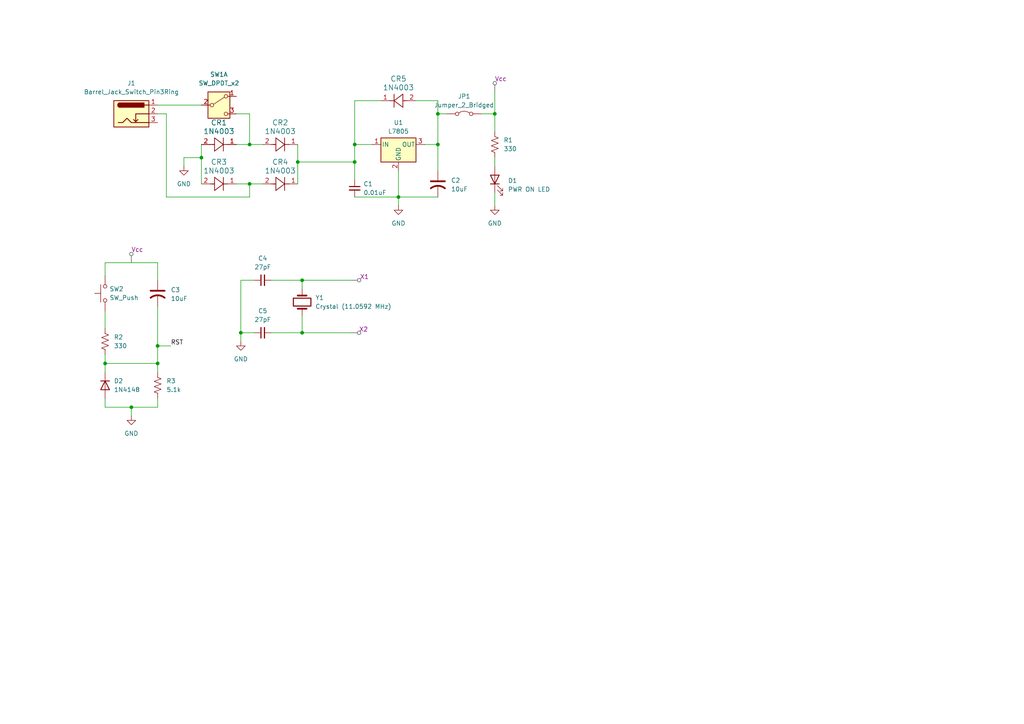
<source format=kicad_sch>
(kicad_sch (version 20250114) (generator "eeschema") (generator_version "9.0")
  (paper "A4")
  (lib_symbols
    (symbol "Connector:Barrel_Jack_Switch_Pin3Ring" (pin_names (hide yes))
      (property "Reference" "J" (at 0 5.334 0))
      (property "Value" "Barrel_Jack_Switch_Pin3Ring" (at 0 -5.08 0))
      (symbol "Barrel_Jack_Switch_Pin3Ring_0_1"
        (rectangle (start -5.08 3.81) (end 5.08 -3.81) (stroke (width 0.254)) (fill (type background)))
        (polyline (pts (xy -3.81 -2.54) (xy -2.54 -2.54) (xy -1.27 -1.27) (xy 0 -2.54) (xy 2.54 -2.54) (xy 5.08 -2.54)) (stroke (width 0.254)))
        (arc (start -3.302 1.905) (mid -3.9343 2.54) (end -3.302 3.175) (stroke (width 0.254)))
        (arc (start -3.302 1.905) (mid -3.9343 2.54) (end -3.302 3.175) (stroke (width 0.254)) (fill (type outline)))
        (polyline (pts (xy 1.27 -2.286) (xy 1.905 -1.651)) (stroke (width 0.254)))
        (rectangle (start 3.683 3.175) (end -3.302 1.905) (stroke (width 0.254)) (fill (type outline)))
        (polyline (pts (xy 5.08 2.54) (xy 3.81 2.54)) (stroke (width 0.254)))
        (polyline (pts (xy 5.08 0) (xy 1.27 0) (xy 1.27 -2.286) (xy 0.635 -1.651)) (stroke (width 0.254)))
      )
      (symbol "Barrel_Jack_Switch_Pin3Ring_1_1"
        (pin passive line (at 7.62 2.54 180) (length 2.54) (name "~") (number "1"))
        (pin passive line (at 7.62 0 180) (length 2.54) (name "~") (number "2"))
        (pin passive line (at 7.62 -2.54 180) (length 2.54) (name "~") (number "3"))
      )
    )
    (symbol "Device:C_Small" (pin_numbers (hide yes)) (pin_names (offset 0.254) (hide yes))
      (property "Reference" "C" (at 0.254 1.778 0))
      (property "Value" "C_Small" (at 0.254 -2.032 0))
      (symbol "C_Small_0_1"
        (polyline (pts (xy -1.524 0.508) (xy 1.524 0.508)) (stroke (width 0.3048)))
        (polyline (pts (xy -1.524 -0.508) (xy 1.524 -0.508)) (stroke (width 0.3302)))
      )
      (symbol "C_Small_1_1"
        (pin passive line (at 0 2.54 270) (length 2.032) (name "~") (number "1"))
        (pin passive line (at 0 -2.54 90) (length 2.032) (name "~") (number "2"))
      )
    )
    (symbol "Device:C_US" (pin_numbers (hide yes)) (pin_names (offset 0.254) (hide yes))
      (property "Reference" "C" (at 0.635 2.54 0))
      (property "Value" "C_US" (at 0.635 -2.54 0))
      (symbol "C_US_0_1"
        (polyline (pts (xy -2.032 0.762) (xy 2.032 0.762)) (stroke (width 0.508)))
        (arc (start -2.032 -1.27) (mid 0 -0.5572) (end 2.032 -1.27) (stroke (width 0.508)))
      )
      (symbol "C_US_1_1"
        (pin passive line (at 0 3.81 270) (length 2.794) (name "~") (number "1"))
        (pin passive line (at 0 -3.81 90) (length 3.302) (name "~") (number "2"))
      )
    )
    (symbol "Device:Crystal" (pin_numbers (hide yes)) (pin_names (offset 1.016) (hide yes))
      (property "Reference" "Y" (at 0 3.81 0))
      (property "Value" "Crystal" (at 0 -3.81 0))
      (symbol "Crystal_0_1"
        (polyline (pts (xy -2.54 0) (xy -1.905 0)))
        (polyline (pts (xy -1.905 -1.27) (xy -1.905 1.27)) (stroke (width 0.508)))
        (rectangle (start -1.143 2.54) (end 1.143 -2.54) (stroke (width 0.3048)))
        (polyline (pts (xy 1.905 -1.27) (xy 1.905 1.27)) (stroke (width 0.508)))
        (polyline (pts (xy 2.54 0) (xy 1.905 0)))
      )
      (symbol "Crystal_1_1"
        (pin passive line (at -3.81 0 0) (length 1.27) (name "1") (number "1"))
        (pin passive line (at 3.81 0 180) (length 1.27) (name "2") (number "2"))
      )
    )
    (symbol "Device:LED" (pin_numbers (hide yes)) (pin_names (offset 1.016) (hide yes))
      (property "Reference" "D" (at 0 2.54 0))
      (property "Value" "LED" (at 0 -2.54 0))
      (symbol "LED_0_1"
        (polyline (pts (xy -3.048 -0.762) (xy -4.572 -2.286) (xy -3.81 -2.286) (xy -4.572 -2.286) (xy -4.572 -1.524)))
        (polyline (pts (xy -1.778 -0.762) (xy -3.302 -2.286) (xy -2.54 -2.286) (xy -3.302 -2.286) (xy -3.302 -1.524)))
        (polyline (pts (xy -1.27 0) (xy 1.27 0)))
        (polyline (pts (xy -1.27 -1.27) (xy -1.27 1.27)) (stroke (width 0.254)))
        (polyline (pts (xy 1.27 -1.27) (xy 1.27 1.27) (xy -1.27 0) (xy 1.27 -1.27)) (stroke (width 0.254)))
      )
      (symbol "LED_1_1"
        (pin passive line (at -3.81 0 0) (length 2.54) (name "K") (number "1"))
        (pin passive line (at 3.81 0 180) (length 2.54) (name "A") (number "2"))
      )
    )
    (symbol "Device:R_US" (pin_numbers (hide yes)) (pin_names (offset 0))
      (property "Reference" "R" (at 2.54 0 90))
      (property "Value" "R_US" (at -2.54 0 90))
      (symbol "R_US_0_1"
        (polyline (pts (xy 0 2.286) (xy 0 2.54)))
        (polyline (pts (xy 0 2.286) (xy 1.016 1.905) (xy 0 1.524) (xy -1.016 1.143) (xy 0 0.762)))
        (polyline (pts (xy 0 0.762) (xy 1.016 0.381) (xy 0 0) (xy -1.016 -0.381) (xy 0 -0.762)))
        (polyline (pts (xy 0 -0.762) (xy 1.016 -1.143) (xy 0 -1.524) (xy -1.016 -1.905) (xy 0 -2.286)))
        (polyline (pts (xy 0 -2.286) (xy 0 -2.54)))
      )
      (symbol "R_US_1_1"
        (pin passive line (at 0 3.81 270) (length 1.27) (name "~") (number "1"))
        (pin passive line (at 0 -3.81 90) (length 1.27) (name "~") (number "2"))
      )
    )
    (symbol "Diode:1N4148" (pin_numbers (hide yes)) (pin_names (hide yes))
      (property "Reference" "D" (at 0 2.54 0))
      (property "Value" "1N4148" (at 0 -2.54 0))
      (symbol "1N4148_0_1"
        (polyline (pts (xy -1.27 1.27) (xy -1.27 -1.27)) (stroke (width 0.254)))
        (polyline (pts (xy 1.27 1.27) (xy 1.27 -1.27) (xy -1.27 0) (xy 1.27 1.27)) (stroke (width 0.254)))
        (polyline (pts (xy 1.27 0) (xy -1.27 0)))
      )
      (symbol "1N4148_1_1"
        (pin passive line (at -3.81 0 0) (length 2.54) (name "K") (number "1"))
        (pin passive line (at 3.81 0 180) (length 2.54) (name "A") (number "2"))
      )
    )
    (symbol "ESD:1N4003" (pin_names (offset 0.254))
      (property "Reference" "CR" (at 5.08 4.445 0))
      (property "Value" "1N4003" (at 5.08 -3.81 0))
      (symbol "1N4003_1_1"
        (polyline (pts (xy 2.54 0) (xy 3.4798 0)) (stroke (width 0.2032)))
        (polyline (pts (xy 3.175 0) (xy 3.81 0)) (stroke (width 0.2032)))
        (polyline (pts (xy 3.81 1.905) (xy 3.81 -1.905)) (stroke (width 0.2032)))
        (polyline (pts (xy 3.81 -1.905) (xy 6.35 0)) (stroke (width 0.2032)))
        (polyline (pts (xy 6.35 0) (xy 3.81 1.905)) (stroke (width 0.2032)))
        (polyline (pts (xy 6.35 0) (xy 7.62 0)) (stroke (width 0.2032)))
        (polyline (pts (xy 6.35 -1.905) (xy 6.35 1.905)) (stroke (width 0.2032)))
        (pin unspecified line (at 0 0 0) (length 2.54) (name "") (number "2"))
        (pin unspecified line (at 10.16 0 180) (length 2.54) (name "") (number "1"))
      )
      (symbol "1N4003_1_2"
        (polyline (pts (xy -1.905 3.81) (xy 1.905 3.81)) (stroke (width 0.2032)))
        (polyline (pts (xy 0 6.35) (xy -1.905 3.81)) (stroke (width 0.2032)))
        (polyline (pts (xy 0 6.35) (xy 0 7.62)) (stroke (width 0.2032)))
        (polyline (pts (xy 0 3.175) (xy 0 3.81)) (stroke (width 0.2032)))
        (polyline (pts (xy 0 2.54) (xy 0 3.4798)) (stroke (width 0.2032)))
        (polyline (pts (xy 1.905 6.35) (xy -1.905 6.35)) (stroke (width 0.2032)))
        (polyline (pts (xy 1.905 3.81) (xy 0 6.35)) (stroke (width 0.2032)))
        (pin unspecified line (at 0 10.16 270) (length 2.54) (name "") (number "1"))
        (pin unspecified line (at 0 0 90) (length 2.54) (name "") (number "2"))
      )
    )
    (symbol "Jumper:Jumper_2_Bridged" (pin_numbers (hide yes)) (pin_names (offset 0) (hide yes))
      (property "Reference" "JP" (at 0 1.905 0))
      (property "Value" "Jumper_2_Bridged" (at 0 -2.54 0))
      (symbol "Jumper_2_Bridged_0_0"
        (circle (center -2.032 0) (radius 0.508))
        (circle (center 2.032 0) (radius 0.508))
      )
      (symbol "Jumper_2_Bridged_0_1"
        (arc (start -1.524 0.254) (mid 0 0.762) (end 1.524 0.254))
      )
      (symbol "Jumper_2_Bridged_1_1"
        (pin passive line (at -5.08 0 0) (length 2.54) (name "A") (number "1"))
        (pin passive line (at 5.08 0 180) (length 2.54) (name "B") (number "2"))
      )
    )
    (symbol "Regulator_Linear:L7805" (pin_names (offset 0.254))
      (property "Reference" "U" (at -3.81 3.175 0))
      (property "Value" "L7805" (at 0 3.175 0))
      (symbol "L7805_0_1"
        (rectangle (start -5.08 1.905) (end 5.08 -5.08) (stroke (width 0.254)) (fill (type background)))
      )
      (symbol "L7805_1_1"
        (pin power_in line (at -7.62 0 0) (length 2.54) (name "IN") (number "1"))
        (pin power_in line (at 0 -7.62 90) (length 2.54) (name "GND") (number "2"))
        (pin power_out line (at 7.62 0 180) (length 2.54) (name "OUT") (number "3"))
      )
    )
    (symbol "Switch:SW_DPDT_x2" (pin_names (offset 0) (hide yes))
      (property "Reference" "SW" (at 0 5.08 0))
      (property "Value" "SW_DPDT_x2" (at 0 -5.08 0))
      (symbol "SW_DPDT_x2_0_0"
        (circle (center -2.032 0) (radius 0.508))
        (circle (center 2.032 -2.54) (radius 0.508))
      )
      (symbol "SW_DPDT_x2_0_1"
        (rectangle (start -3.175 3.81) (end 3.175 -3.81) (stroke (width 0.254)) (fill (type background)))
        (polyline (pts (xy -1.524 0.254) (xy 1.5748 2.286)))
        (circle (center 2.032 2.54) (radius 0.508))
      )
      (symbol "SW_DPDT_x2_1_1"
        (pin passive line (at -5.08 0 0) (length 2.54) (name "B") (number "2"))
        (pin passive line (at 5.08 2.54 180) (length 2.54) (name "A") (number "1"))
        (pin passive line (at 5.08 -2.54 180) (length 2.54) (name "C") (number "3"))
      )
      (symbol "SW_DPDT_x2_2_1"
        (pin passive line (at -5.08 0 0) (length 2.54) (name "B") (number "5"))
        (pin passive line (at 5.08 2.54 180) (length 2.54) (name "A") (number "4"))
        (pin passive line (at 5.08 -2.54 180) (length 2.54) (name "C") (number "6"))
      )
    )
    (symbol "Switch:SW_Push" (pin_numbers (hide yes)) (pin_names (offset 1.016) (hide yes))
      (property "Reference" "SW" (at 1.27 2.54 0))
      (property "Value" "SW_Push" (at 0 -1.524 0))
      (symbol "SW_Push_0_1"
        (circle (center -2.032 0) (radius 0.508))
        (polyline (pts (xy 0 1.27) (xy 0 3.048)))
        (circle (center 2.032 0) (radius 0.508))
        (polyline (pts (xy 2.54 1.27) (xy -2.54 1.27)))
        (pin passive line (at -5.08 0 0) (length 2.54) (name "1") (number "1"))
        (pin passive line (at 5.08 0 180) (length 2.54) (name "2") (number "2"))
      )
    )
    (symbol "power:GND" (power) (pin_numbers (hide yes)) (pin_names (offset 0) (hide yes))
      (property "Value" "GND" (at 0 -3.81 0))
      (symbol "GND_0_1"
        (polyline (pts (xy 0 0) (xy 0 -1.27) (xy 1.27 -1.27) (xy 0 -2.54) (xy -1.27 -1.27) (xy 0 -1.27)))
      )
      (symbol "GND_1_1"
        (pin power_in line (at 0 0 270) (length 0) (name "~") (number "1"))
      )
    )
  )
  (junction (at 87.63 96.52))
  (junction (at 45.72 100.33))
  (junction (at 72.39 53.34))
  (junction (at 30.48 105.41))
  (junction (at 72.39 41.91))
  (junction (at 127 41.91))
  (junction (at 102.87 46.99))
  (junction (at 87.63 81.28))
  (junction (at 45.72 105.41))
  (junction (at 102.87 41.91))
  (junction (at 127 33.02))
  (junction (at 58.42 45.72))
  (junction (at 38.1 118.11))
  (junction (at 86.36 46.99))
  (junction (at 143.51 33.02))
  (junction (at 115.57 57.15))
  (junction (at 69.85 96.52))
  (wire (pts (xy 139.7 33.02) (xy 143.51 33.02)))
  (wire (pts (xy 45.72 88.9) (xy 45.72 100.33)))
  (wire (pts (xy 45.72 100.33) (xy 49.53 100.33)))
  (wire (pts (xy 102.87 29.21) (xy 102.87 41.91)))
  (wire (pts (xy 72.39 57.15) (xy 72.39 53.34)))
  (wire (pts (xy 53.34 48.26) (xy 53.34 45.72)))
  (wire (pts (xy 48.26 33.02) (xy 48.26 57.15)))
  (wire (pts (xy 45.72 105.41) (xy 30.48 105.41)))
  (wire (pts (xy 53.34 45.72) (xy 58.42 45.72)))
  (wire (pts (xy 72.39 41.91) (xy 76.2 41.91)))
  (wire (pts (xy 102.87 57.15) (xy 115.57 57.15)))
  (wire (pts (xy 30.48 80.01) (xy 30.48 76.2)))
  (wire (pts (xy 72.39 33.02) (xy 72.39 41.91)))
  (wire (pts (xy 86.36 41.91) (xy 86.36 46.99)))
  (wire (pts (xy 102.87 41.91) (xy 102.87 46.99)))
  (wire (pts (xy 30.48 105.41) (xy 30.48 107.95)))
  (wire (pts (xy 68.58 53.34) (xy 72.39 53.34)))
  (wire (pts (xy 143.51 45.72) (xy 143.51 48.26)))
  (wire (pts (xy 68.58 41.91) (xy 72.39 41.91)))
  (wire (pts (xy 30.48 90.17) (xy 30.48 95.25)))
  (wire (pts (xy 45.72 30.48) (xy 58.42 30.48)))
  (wire (pts (xy 58.42 45.72) (xy 58.42 53.34)))
  (wire (pts (xy 143.51 55.88) (xy 143.51 59.69)))
  (wire (pts (xy 78.74 81.28) (xy 87.63 81.28)))
  (wire (pts (xy 68.58 33.02) (xy 72.39 33.02)))
  (wire (pts (xy 69.85 96.52) (xy 69.85 81.28)))
  (wire (pts (xy 45.72 118.11) (xy 38.1 118.11)))
  (wire (pts (xy 86.36 46.99) (xy 86.36 53.34)))
  (wire (pts (xy 127 57.15) (xy 115.57 57.15)))
  (wire (pts (xy 120.65 29.21) (xy 127 29.21)))
  (wire (pts (xy 127 49.53) (xy 127 41.91)))
  (wire (pts (xy 115.57 57.15) (xy 115.57 59.69)))
  (wire (pts (xy 110.49 29.21) (xy 102.87 29.21)))
  (wire (pts (xy 115.57 49.53) (xy 115.57 57.15)))
  (wire (pts (xy 143.51 38.1) (xy 143.51 33.02)))
  (wire (pts (xy 58.42 41.91) (xy 58.42 45.72)))
  (wire (pts (xy 30.48 76.2) (xy 45.72 76.2)))
  (wire (pts (xy 73.66 96.52) (xy 69.85 96.52)))
  (wire (pts (xy 38.1 118.11) (xy 38.1 120.65)))
  (wire (pts (xy 127 29.21) (xy 127 33.02)))
  (wire (pts (xy 69.85 81.28) (xy 73.66 81.28)))
  (wire (pts (xy 48.26 57.15) (xy 72.39 57.15)))
  (wire (pts (xy 69.85 96.52) (xy 69.85 99.06)))
  (wire (pts (xy 87.63 81.28) (xy 101.6 81.28)))
  (wire (pts (xy 45.72 107.95) (xy 45.72 105.41)))
  (wire (pts (xy 127 33.02) (xy 127 41.91)))
  (wire (pts (xy 107.95 41.91) (xy 102.87 41.91)))
  (wire (pts (xy 143.51 33.02) (xy 143.51 26.67)))
  (wire (pts (xy 123.19 41.91) (xy 127 41.91)))
  (wire (pts (xy 87.63 81.28) (xy 87.63 83.82)))
  (wire (pts (xy 45.72 33.02) (xy 48.26 33.02)))
  (wire (pts (xy 127 33.02) (xy 129.54 33.02)))
  (wire (pts (xy 45.72 100.33) (xy 45.72 105.41)))
  (wire (pts (xy 86.36 46.99) (xy 102.87 46.99)))
  (wire (pts (xy 30.48 115.57) (xy 30.48 118.11)))
  (wire (pts (xy 87.63 91.44) (xy 87.63 96.52)))
  (wire (pts (xy 45.72 76.2) (xy 45.72 81.28)))
  (wire (pts (xy 87.63 96.52) (xy 78.74 96.52)))
  (wire (pts (xy 102.87 46.99) (xy 102.87 52.07)))
  (wire (pts (xy 87.63 96.52) (xy 101.6 96.52)))
  (wire (pts (xy 72.39 53.34) (xy 76.2 53.34)))
  (wire (pts (xy 38.1 118.11) (xy 30.48 118.11)))
  (wire (pts (xy 30.48 102.87) (xy 30.48 105.41)))
  (wire (pts (xy 45.72 115.57) (xy 45.72 118.11)))
  (label "RST" (at 49.53 100.33 0))
  (netclass_flag "" (length 2.54) (shape round) (at 38.1 76.2 0) (property "Netclass" "Vcc" (at 38.1 72.39 0) (effects (justify left))))
  (netclass_flag "" (length 2.54) (shape round) (at 143.51 26.67 0) (property "Netclass" "Vcc" (at 143.51 22.86 0) (effects (justify left))))
  (netclass_flag "" (length 2.54) (shape round) (at 101.6 81.28 270) (property "Netclass" "X1" (at 104.394 80.264 0) (effects (justify left))))
  (netclass_flag "" (length 2.54) (shape round) (at 101.6 96.52 270) (property "Netclass" "X2" (at 104.14 95.504 0) (effects (justify left))))
  (symbol (lib_id "ESD:1N4003") (at 58.42 41.91 0) (unit 1)
    (property "Reference" "CR1" (at 63.5 35.56 0) (effects (font (size 1.524 1.524))))
    (property "Value" "1N4003" (at 63.5 38.1 0) (effects (font (size 1.524 1.524))))
  )
  (symbol (lib_id "Device:R_US") (at 30.48 99.06 0) (unit 1)
    (property "Reference" "R2" (at 33.02 97.7899 0) (effects (justify left)))
    (property "Value" "330" (at 33.02 100.3299 0) (effects (justify left)))
    (property "Description" "Resistor, US symbol" (effects (hide yes)))
  )
  (symbol (lib_id "Connector:Barrel_Jack_Switch_Pin3Ring") (at 38.1 33.02 0) (unit 1)
    (property "Reference" "J1" (at 38.1 24.13 0))
    (property "Value" "Barrel_Jack_Switch_Pin3Ring" (at 38.1 26.67 0))
    (property "Description" "DC Barrel Jack with an internal switch" (effects (hide yes)))
  )
  (symbol (lib_id "Device:C_Small") (at 102.87 54.61 0) (unit 1)
    (property "Reference" "C1" (at 105.41 53.3462 0) (effects (justify left)))
    (property "Value" "0.01uF" (at 105.41 55.8862 0) (effects (justify left)))
    (property "Description" "Unpolarized capacitor, small symbol" (effects (hide yes)))
  )
  (symbol (lib_id "ESD:1N4003") (at 76.2 53.34 0) (unit 1)
    (property "Reference" "CR4" (at 81.28 46.99 0) (effects (font (size 1.524 1.524))))
    (property "Value" "1N4003" (at 81.28 49.53 0) (effects (font (size 1.524 1.524))))
  )
  (symbol (lib_id "Device:C_Small") (at 76.2 96.52 90) (unit 1)
    (property "Reference" "C5" (at 76.2063 90.17 90))
    (property "Value" "27pF" (at 76.2063 92.71 90))
    (property "Description" "Unpolarized capacitor, small symbol" (effects (hide yes)))
  )
  (symbol (lib_id "Diode:1N4148") (at 30.48 111.76 270) (unit 1)
    (property "Reference" "D2" (at 33.02 110.4899 90) (effects (justify left)))
    (property "Value" "1N4148" (at 33.02 113.0299 90) (effects (justify left)))
    (property "Footprint" "Diode_THT:D_DO-35_SOD27_P7.62mm_Horizontal" (effects (hide yes)))
    (property "Datasheet" "https://assets.nexperia.com/documents/data-sheet/1N4148_1N4448.pdf" (effects (hide yes)))
    (property "Description" "100V 0.15A standard switching diode, DO-35" (effects (hide yes)))
    (property "Sim.Device" "D" (effects (hide yes)))
    (property "Sim.Pins" "1=K 2=A" (effects (hide yes)))
  )
  (symbol (lib_id "Switch:SW_Push") (at 30.48 85.09 90) (unit 1)
    (property "Reference" "SW2" (at 31.75 83.8199 90) (effects (justify right)))
    (property "Value" "SW_Push" (at 31.75 86.3599 90) (effects (justify right)))
    (property "Description" "Push button switch, generic, two pins" (effects (hide yes)))
  )
  (symbol (lib_id "Switch:SW_DPDT_x2") (at 63.5 30.48 0) (unit 1)
    (property "Reference" "SW1" (at 63.5 21.59 0))
    (property "Value" "SW_DPDT_x2" (at 63.5 24.13 0))
    (property "Description" "Switch, dual pole double throw, separate symbols" (effects (hide yes)))
  )
  (symbol (lib_id "Device:Crystal") (at 87.63 87.63 90) (unit 1)
    (property "Reference" "Y1" (at 91.44 86.3599 90) (effects (justify right)))
    (property "Value" "Crystal (11.0592 MHz)" (at 91.44 88.8999 90) (effects (justify right)))
    (property "Description" "Two pin crystal" (effects (hide yes)))
  )
  (symbol (lib_id "ESD:1N4003") (at 58.42 53.34 0) (unit 1)
    (property "Reference" "CR3" (at 63.5 46.99 0) (effects (font (size 1.524 1.524))))
    (property "Value" "1N4003" (at 63.5 49.53 0) (effects (font (size 1.524 1.524))))
  )
  (symbol (lib_id "Device:LED") (at 143.51 52.07 90) (unit 1)
    (property "Reference" "D1" (at 147.32 52.3874 90) (effects (justify right)))
    (property "Value" "PWR ON LED" (at 147.32 54.9274 90) (effects (justify right)))
    (property "Description" "Light emitting diode" (effects (hide yes)))
    (property "Sim.Pins" "1=K 2=A" (effects (hide yes)))
  )
  (symbol (lib_id "Device:C_Small") (at 76.2 81.28 90) (unit 1)
    (property "Reference" "C4" (at 76.2063 74.93 90))
    (property "Value" "27pF" (at 76.2063 77.47 90))
    (property "Description" "Unpolarized capacitor, small symbol" (effects (hide yes)))
  )
  (symbol (lib_id "ESD:1N4003") (at 120.65 29.21 180) (unit 1)
    (property "Reference" "CR5" (at 115.57 22.86 0) (effects (font (size 1.524 1.524))))
    (property "Value" "1N4003" (at 115.57 25.4 0) (effects (font (size 1.524 1.524))))
  )
  (symbol (lib_id "Device:C_US") (at 127 53.34 0) (unit 1)
    (property "Reference" "C2" (at 130.81 52.3239 0) (effects (justify left)))
    (property "Value" "10uF" (at 130.81 54.8639 0) (effects (justify left)))
    (property "Description" "capacitor, US symbol" (effects (hide yes)))
  )
  (symbol (lib_id "Device:R_US") (at 45.72 111.76 0) (unit 1)
    (property "Reference" "R3" (at 48.26 110.4899 0) (effects (justify left)))
    (property "Value" "5.1k" (at 48.26 113.0299 0) (effects (justify left)))
    (property "Description" "Resistor, US symbol" (effects (hide yes)))
  )
  (symbol (lib_id "ESD:1N4003") (at 76.2 41.91 0) (unit 1)
    (property "Reference" "CR2" (at 81.28 35.56 0) (effects (font (size 1.524 1.524))))
    (property "Value" "1N4003" (at 81.28 38.1 0) (effects (font (size 1.524 1.524))))
  )
  (symbol (lib_id "power:GND") (at 69.85 99.06 0) (unit 1)
    (property "Reference" "#PWR05" (effects (hide yes)))
    (property "Value" "GND" (at 69.85 104.14 0))
    (property "Description" "Power symbol creates a global label with name \"GND\" , ground" (effects (hide yes)))
  )
  (symbol (lib_id "power:GND") (at 38.1 120.65 0) (unit 1)
    (property "Reference" "#PWR04" (effects (hide yes)))
    (property "Value" "GND" (at 38.1 125.73 0))
    (property "Description" "Power symbol creates a global label with name \"GND\" , ground" (effects (hide yes)))
  )
  (symbol (lib_id "Regulator_Linear:L7805") (at 115.57 41.91 0) (unit 1)
    (property "Reference" "U1" (at 115.57 35.56 0))
    (property "Value" "L7805" (at 115.57 38.1 0))
    (property "Datasheet" "http://www.st.com/content/ccc/resource/technical/document/datasheet/41/4f/b3/b0/12/d4/47/88/CD00000444.pdf/files/CD00000444.pdf/jcr:content/translations/en.CD00000444.pdf" (effects (hide yes)))
    (property "Description" "Positive 1.5A 35V Linear Regulator, Fixed Output 5V, TO-220/TO-263/TO-252" (effects (hide yes)))
  )
  (symbol (lib_id "power:GND") (at 115.57 59.69 0) (unit 1)
    (property "Reference" "#PWR02" (effects (hide yes)))
    (property "Value" "GND" (at 115.57 64.77 0))
    (property "Description" "Power symbol creates a global label with name \"GND\" , ground" (effects (hide yes)))
  )
  (symbol (lib_id "power:GND") (at 53.34 48.26 0) (unit 1)
    (property "Reference" "#PWR01" (effects (hide yes)))
    (property "Value" "GND" (at 53.34 53.34 0))
    (property "Description" "Power symbol creates a global label with name \"GND\" , ground" (effects (hide yes)))
  )
  (symbol (lib_id "power:GND") (at 143.51 59.69 0) (unit 1)
    (property "Reference" "#PWR03" (effects (hide yes)))
    (property "Value" "GND" (at 143.51 64.77 0))
    (property "Description" "Power symbol creates a global label with name \"GND\" , ground" (effects (hide yes)))
  )
  (symbol (lib_id "Jumper:Jumper_2_Bridged") (at 134.62 33.02 0) (unit 1)
    (property "Reference" "JP1" (at 134.62 27.94 0))
    (property "Value" "Jumper_2_Bridged" (at 134.62 30.48 0))
    (property "Description" "Jumper, 2-pole, closed/bridged" (effects (hide yes)))
  )
  (symbol (lib_id "Device:R_US") (at 143.51 41.91 0) (unit 1)
    (property "Reference" "R1" (at 146.05 40.6399 0) (effects (justify left)))
    (property "Value" "330" (at 146.05 43.1799 0) (effects (justify left)))
    (property "Description" "Resistor, US symbol" (effects (hide yes)))
  )
  (symbol (lib_id "Device:C_US") (at 45.72 85.09 0) (unit 1)
    (property "Reference" "C3" (at 49.53 84.0739 0) (effects (justify left)))
    (property "Value" "10uF" (at 49.53 86.6139 0) (effects (justify left)))
    (property "Description" "capacitor, US symbol" (effects (hide yes)))
  )
)
</source>
